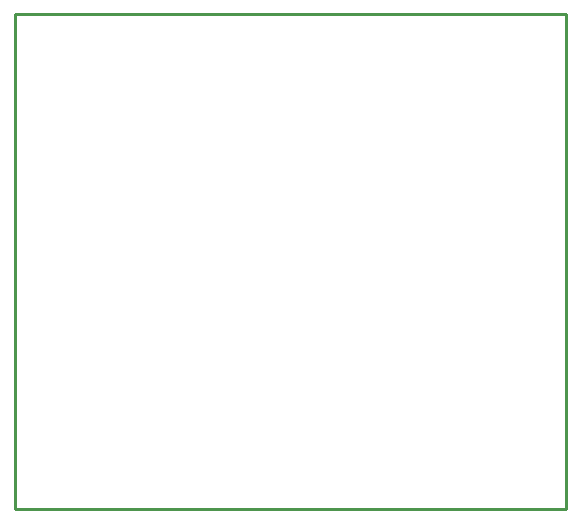
<source format=gbr>
G04 EAGLE Gerber RS-274X export*
G75*
%MOMM*%
%FSLAX34Y34*%
%LPD*%
%IN*%
%IPPOS*%
%AMOC8*
5,1,8,0,0,1.08239X$1,22.5*%
G01*
%ADD10C,0.254000*%


D10*
X0Y0D02*
X466600Y0D01*
X466600Y419000D01*
X0Y419000D01*
X0Y0D01*
M02*

</source>
